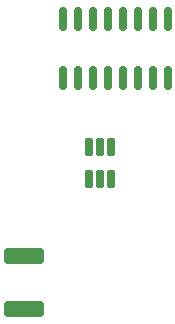
<source format=gbr>
%TF.GenerationSoftware,KiCad,Pcbnew,9.0.4*%
%TF.CreationDate,2025-08-25T16:14:29+02:00*%
%TF.ProjectId,livello_serbatoio_definitiva,6c697665-6c6c-46f5-9f73-65726261746f,D*%
%TF.SameCoordinates,Original*%
%TF.FileFunction,Paste,Bot*%
%TF.FilePolarity,Positive*%
%FSLAX46Y46*%
G04 Gerber Fmt 4.6, Leading zero omitted, Abs format (unit mm)*
G04 Created by KiCad (PCBNEW 9.0.4) date 2025-08-25 16:14:29*
%MOMM*%
%LPD*%
G01*
G04 APERTURE LIST*
G04 Aperture macros list*
%AMRoundRect*
0 Rectangle with rounded corners*
0 $1 Rounding radius*
0 $2 $3 $4 $5 $6 $7 $8 $9 X,Y pos of 4 corners*
0 Add a 4 corners polygon primitive as box body*
4,1,4,$2,$3,$4,$5,$6,$7,$8,$9,$2,$3,0*
0 Add four circle primitives for the rounded corners*
1,1,$1+$1,$2,$3*
1,1,$1+$1,$4,$5*
1,1,$1+$1,$6,$7*
1,1,$1+$1,$8,$9*
0 Add four rect primitives between the rounded corners*
20,1,$1+$1,$2,$3,$4,$5,0*
20,1,$1+$1,$4,$5,$6,$7,0*
20,1,$1+$1,$6,$7,$8,$9,0*
20,1,$1+$1,$8,$9,$2,$3,0*%
G04 Aperture macros list end*
%ADD10RoundRect,0.150000X0.150000X-0.825000X0.150000X0.825000X-0.150000X0.825000X-0.150000X-0.825000X0*%
%ADD11RoundRect,0.162500X0.162500X-0.617500X0.162500X0.617500X-0.162500X0.617500X-0.162500X-0.617500X0*%
%ADD12RoundRect,0.250000X-1.450000X0.400000X-1.450000X-0.400000X1.450000X-0.400000X1.450000X0.400000X0*%
G04 APERTURE END LIST*
D10*
%TO.C,U1*%
X161515000Y-103295000D03*
X160245000Y-103295000D03*
X158975000Y-103295000D03*
X157705000Y-103295000D03*
X156435000Y-103295000D03*
X155165000Y-103295000D03*
X153895000Y-103295000D03*
X152625000Y-103295000D03*
X152625000Y-98345000D03*
X153895000Y-98345000D03*
X155165000Y-98345000D03*
X156435000Y-98345000D03*
X157705000Y-98345000D03*
X158975000Y-98345000D03*
X160245000Y-98345000D03*
X161515000Y-98345000D03*
%TD*%
D11*
%TO.C,U3*%
X156720000Y-111870000D03*
X155770000Y-111870000D03*
X154820000Y-111870000D03*
X154820000Y-109170000D03*
X155770000Y-109170000D03*
X156720000Y-109170000D03*
%TD*%
D12*
%TO.C,F1*%
X149370000Y-118395000D03*
X149370000Y-122845000D03*
%TD*%
M02*

</source>
